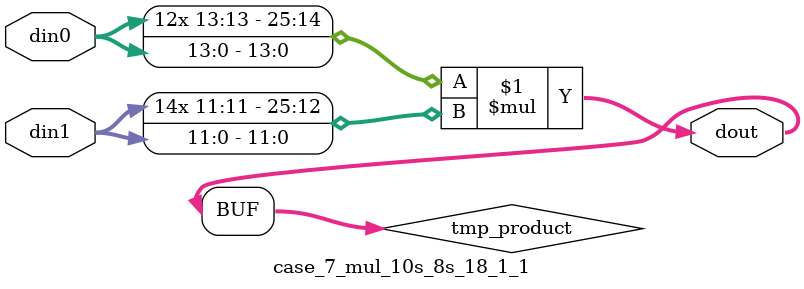
<source format=v>

`timescale 1 ns / 1 ps

 (* use_dsp = "no" *)  module case_7_mul_10s_8s_18_1_1(din0, din1, dout);
parameter ID = 1;
parameter NUM_STAGE = 0;
parameter din0_WIDTH = 14;
parameter din1_WIDTH = 12;
parameter dout_WIDTH = 26;

input [din0_WIDTH - 1 : 0] din0; 
input [din1_WIDTH - 1 : 0] din1; 
output [dout_WIDTH - 1 : 0] dout;

wire signed [dout_WIDTH - 1 : 0] tmp_product;



























assign tmp_product = $signed(din0) * $signed(din1);








assign dout = tmp_product;





















endmodule

</source>
